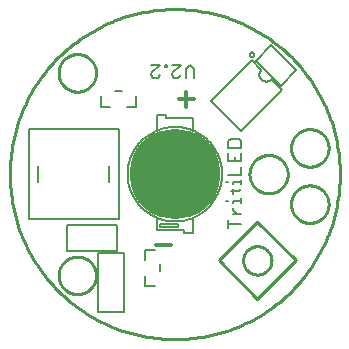
<source format=gto>
G75*
%MOIN*%
%OFA0B0*%
%FSLAX25Y25*%
%IPPOS*%
%LPD*%
%AMOC8*
5,1,8,0,0,1.08239X$1,22.5*
%
%ADD10C,0.01000*%
%ADD11C,0.30104*%
%ADD12C,0.00700*%
%ADD13C,0.01200*%
%ADD14C,0.00500*%
D10*
X0022750Y0025250D02*
X0022752Y0025408D01*
X0022758Y0025565D01*
X0022768Y0025723D01*
X0022782Y0025880D01*
X0022800Y0026036D01*
X0022821Y0026193D01*
X0022847Y0026348D01*
X0022877Y0026503D01*
X0022910Y0026657D01*
X0022948Y0026810D01*
X0022989Y0026963D01*
X0023034Y0027114D01*
X0023083Y0027264D01*
X0023136Y0027412D01*
X0023192Y0027560D01*
X0023253Y0027705D01*
X0023316Y0027850D01*
X0023384Y0027992D01*
X0023455Y0028133D01*
X0023529Y0028272D01*
X0023607Y0028409D01*
X0023689Y0028544D01*
X0023773Y0028677D01*
X0023862Y0028808D01*
X0023953Y0028936D01*
X0024048Y0029063D01*
X0024145Y0029186D01*
X0024246Y0029308D01*
X0024350Y0029426D01*
X0024457Y0029542D01*
X0024567Y0029655D01*
X0024679Y0029766D01*
X0024795Y0029873D01*
X0024913Y0029978D01*
X0025033Y0030080D01*
X0025156Y0030178D01*
X0025282Y0030274D01*
X0025410Y0030366D01*
X0025540Y0030455D01*
X0025672Y0030541D01*
X0025807Y0030623D01*
X0025944Y0030702D01*
X0026082Y0030777D01*
X0026222Y0030849D01*
X0026365Y0030917D01*
X0026508Y0030982D01*
X0026654Y0031043D01*
X0026801Y0031100D01*
X0026949Y0031154D01*
X0027099Y0031204D01*
X0027249Y0031250D01*
X0027401Y0031292D01*
X0027554Y0031331D01*
X0027708Y0031365D01*
X0027863Y0031396D01*
X0028018Y0031422D01*
X0028174Y0031445D01*
X0028331Y0031464D01*
X0028488Y0031479D01*
X0028645Y0031490D01*
X0028803Y0031497D01*
X0028961Y0031500D01*
X0029118Y0031499D01*
X0029276Y0031494D01*
X0029433Y0031485D01*
X0029591Y0031472D01*
X0029747Y0031455D01*
X0029904Y0031434D01*
X0030059Y0031410D01*
X0030214Y0031381D01*
X0030369Y0031348D01*
X0030522Y0031312D01*
X0030675Y0031271D01*
X0030826Y0031227D01*
X0030976Y0031179D01*
X0031125Y0031128D01*
X0031273Y0031072D01*
X0031419Y0031013D01*
X0031564Y0030950D01*
X0031707Y0030883D01*
X0031848Y0030813D01*
X0031987Y0030740D01*
X0032125Y0030663D01*
X0032261Y0030582D01*
X0032394Y0030498D01*
X0032525Y0030411D01*
X0032654Y0030320D01*
X0032781Y0030226D01*
X0032906Y0030129D01*
X0033027Y0030029D01*
X0033147Y0029926D01*
X0033263Y0029820D01*
X0033377Y0029711D01*
X0033489Y0029599D01*
X0033597Y0029485D01*
X0033702Y0029367D01*
X0033805Y0029247D01*
X0033904Y0029125D01*
X0034000Y0029000D01*
X0034093Y0028872D01*
X0034183Y0028743D01*
X0034269Y0028611D01*
X0034353Y0028477D01*
X0034432Y0028341D01*
X0034509Y0028203D01*
X0034581Y0028063D01*
X0034650Y0027921D01*
X0034716Y0027778D01*
X0034778Y0027633D01*
X0034836Y0027486D01*
X0034891Y0027338D01*
X0034942Y0027189D01*
X0034989Y0027038D01*
X0035032Y0026887D01*
X0035071Y0026734D01*
X0035107Y0026580D01*
X0035138Y0026426D01*
X0035166Y0026271D01*
X0035190Y0026115D01*
X0035210Y0025958D01*
X0035226Y0025801D01*
X0035238Y0025644D01*
X0035246Y0025487D01*
X0035250Y0025329D01*
X0035250Y0025171D01*
X0035246Y0025013D01*
X0035238Y0024856D01*
X0035226Y0024699D01*
X0035210Y0024542D01*
X0035190Y0024385D01*
X0035166Y0024229D01*
X0035138Y0024074D01*
X0035107Y0023920D01*
X0035071Y0023766D01*
X0035032Y0023613D01*
X0034989Y0023462D01*
X0034942Y0023311D01*
X0034891Y0023162D01*
X0034836Y0023014D01*
X0034778Y0022867D01*
X0034716Y0022722D01*
X0034650Y0022579D01*
X0034581Y0022437D01*
X0034509Y0022297D01*
X0034432Y0022159D01*
X0034353Y0022023D01*
X0034269Y0021889D01*
X0034183Y0021757D01*
X0034093Y0021628D01*
X0034000Y0021500D01*
X0033904Y0021375D01*
X0033805Y0021253D01*
X0033702Y0021133D01*
X0033597Y0021015D01*
X0033489Y0020901D01*
X0033377Y0020789D01*
X0033263Y0020680D01*
X0033147Y0020574D01*
X0033027Y0020471D01*
X0032906Y0020371D01*
X0032781Y0020274D01*
X0032654Y0020180D01*
X0032525Y0020089D01*
X0032394Y0020002D01*
X0032261Y0019918D01*
X0032125Y0019837D01*
X0031987Y0019760D01*
X0031848Y0019687D01*
X0031707Y0019617D01*
X0031564Y0019550D01*
X0031419Y0019487D01*
X0031273Y0019428D01*
X0031125Y0019372D01*
X0030976Y0019321D01*
X0030826Y0019273D01*
X0030675Y0019229D01*
X0030522Y0019188D01*
X0030369Y0019152D01*
X0030214Y0019119D01*
X0030059Y0019090D01*
X0029904Y0019066D01*
X0029747Y0019045D01*
X0029591Y0019028D01*
X0029433Y0019015D01*
X0029276Y0019006D01*
X0029118Y0019001D01*
X0028961Y0019000D01*
X0028803Y0019003D01*
X0028645Y0019010D01*
X0028488Y0019021D01*
X0028331Y0019036D01*
X0028174Y0019055D01*
X0028018Y0019078D01*
X0027863Y0019104D01*
X0027708Y0019135D01*
X0027554Y0019169D01*
X0027401Y0019208D01*
X0027249Y0019250D01*
X0027099Y0019296D01*
X0026949Y0019346D01*
X0026801Y0019400D01*
X0026654Y0019457D01*
X0026508Y0019518D01*
X0026365Y0019583D01*
X0026222Y0019651D01*
X0026082Y0019723D01*
X0025944Y0019798D01*
X0025807Y0019877D01*
X0025672Y0019959D01*
X0025540Y0020045D01*
X0025410Y0020134D01*
X0025282Y0020226D01*
X0025156Y0020322D01*
X0025033Y0020420D01*
X0024913Y0020522D01*
X0024795Y0020627D01*
X0024679Y0020734D01*
X0024567Y0020845D01*
X0024457Y0020958D01*
X0024350Y0021074D01*
X0024246Y0021192D01*
X0024145Y0021314D01*
X0024048Y0021437D01*
X0023953Y0021564D01*
X0023862Y0021692D01*
X0023773Y0021823D01*
X0023689Y0021956D01*
X0023607Y0022091D01*
X0023529Y0022228D01*
X0023455Y0022367D01*
X0023384Y0022508D01*
X0023316Y0022650D01*
X0023253Y0022795D01*
X0023192Y0022940D01*
X0023136Y0023088D01*
X0023083Y0023236D01*
X0023034Y0023386D01*
X0022989Y0023537D01*
X0022948Y0023690D01*
X0022910Y0023843D01*
X0022877Y0023997D01*
X0022847Y0024152D01*
X0022821Y0024307D01*
X0022800Y0024464D01*
X0022782Y0024620D01*
X0022768Y0024777D01*
X0022758Y0024935D01*
X0022752Y0025092D01*
X0022750Y0025250D01*
X0006500Y0059000D02*
X0006517Y0060350D01*
X0006566Y0061699D01*
X0006649Y0063046D01*
X0006765Y0064391D01*
X0006914Y0065733D01*
X0007095Y0067070D01*
X0007310Y0068403D01*
X0007557Y0069730D01*
X0007836Y0071051D01*
X0008148Y0072364D01*
X0008492Y0073669D01*
X0008868Y0074966D01*
X0009276Y0076252D01*
X0009715Y0077529D01*
X0010185Y0078794D01*
X0010687Y0080048D01*
X0011218Y0081288D01*
X0011781Y0082516D01*
X0012373Y0083729D01*
X0012994Y0084927D01*
X0013645Y0086109D01*
X0014325Y0087276D01*
X0015033Y0088425D01*
X0015769Y0089556D01*
X0016533Y0090669D01*
X0017324Y0091763D01*
X0018141Y0092838D01*
X0018984Y0093892D01*
X0019854Y0094925D01*
X0020748Y0095936D01*
X0021666Y0096925D01*
X0022609Y0097891D01*
X0023575Y0098834D01*
X0024564Y0099752D01*
X0025575Y0100646D01*
X0026608Y0101516D01*
X0027662Y0102359D01*
X0028737Y0103176D01*
X0029831Y0103967D01*
X0030944Y0104731D01*
X0032075Y0105467D01*
X0033224Y0106175D01*
X0034391Y0106855D01*
X0035573Y0107506D01*
X0036771Y0108127D01*
X0037984Y0108719D01*
X0039212Y0109282D01*
X0040452Y0109813D01*
X0041706Y0110315D01*
X0042971Y0110785D01*
X0044248Y0111224D01*
X0045534Y0111632D01*
X0046831Y0112008D01*
X0048136Y0112352D01*
X0049449Y0112664D01*
X0050770Y0112943D01*
X0052097Y0113190D01*
X0053430Y0113405D01*
X0054767Y0113586D01*
X0056109Y0113735D01*
X0057454Y0113851D01*
X0058801Y0113934D01*
X0060150Y0113983D01*
X0061500Y0114000D01*
X0062850Y0113983D01*
X0064199Y0113934D01*
X0065546Y0113851D01*
X0066891Y0113735D01*
X0068233Y0113586D01*
X0069570Y0113405D01*
X0070903Y0113190D01*
X0072230Y0112943D01*
X0073551Y0112664D01*
X0074864Y0112352D01*
X0076169Y0112008D01*
X0077466Y0111632D01*
X0078752Y0111224D01*
X0080029Y0110785D01*
X0081294Y0110315D01*
X0082548Y0109813D01*
X0083788Y0109282D01*
X0085016Y0108719D01*
X0086229Y0108127D01*
X0087427Y0107506D01*
X0088609Y0106855D01*
X0089776Y0106175D01*
X0090925Y0105467D01*
X0092056Y0104731D01*
X0093169Y0103967D01*
X0094263Y0103176D01*
X0095338Y0102359D01*
X0096392Y0101516D01*
X0097425Y0100646D01*
X0098436Y0099752D01*
X0099425Y0098834D01*
X0100391Y0097891D01*
X0101334Y0096925D01*
X0102252Y0095936D01*
X0103146Y0094925D01*
X0104016Y0093892D01*
X0104859Y0092838D01*
X0105676Y0091763D01*
X0106467Y0090669D01*
X0107231Y0089556D01*
X0107967Y0088425D01*
X0108675Y0087276D01*
X0109355Y0086109D01*
X0110006Y0084927D01*
X0110627Y0083729D01*
X0111219Y0082516D01*
X0111782Y0081288D01*
X0112313Y0080048D01*
X0112815Y0078794D01*
X0113285Y0077529D01*
X0113724Y0076252D01*
X0114132Y0074966D01*
X0114508Y0073669D01*
X0114852Y0072364D01*
X0115164Y0071051D01*
X0115443Y0069730D01*
X0115690Y0068403D01*
X0115905Y0067070D01*
X0116086Y0065733D01*
X0116235Y0064391D01*
X0116351Y0063046D01*
X0116434Y0061699D01*
X0116483Y0060350D01*
X0116500Y0059000D01*
X0116483Y0057650D01*
X0116434Y0056301D01*
X0116351Y0054954D01*
X0116235Y0053609D01*
X0116086Y0052267D01*
X0115905Y0050930D01*
X0115690Y0049597D01*
X0115443Y0048270D01*
X0115164Y0046949D01*
X0114852Y0045636D01*
X0114508Y0044331D01*
X0114132Y0043034D01*
X0113724Y0041748D01*
X0113285Y0040471D01*
X0112815Y0039206D01*
X0112313Y0037952D01*
X0111782Y0036712D01*
X0111219Y0035484D01*
X0110627Y0034271D01*
X0110006Y0033073D01*
X0109355Y0031891D01*
X0108675Y0030724D01*
X0107967Y0029575D01*
X0107231Y0028444D01*
X0106467Y0027331D01*
X0105676Y0026237D01*
X0104859Y0025162D01*
X0104016Y0024108D01*
X0103146Y0023075D01*
X0102252Y0022064D01*
X0101334Y0021075D01*
X0100391Y0020109D01*
X0099425Y0019166D01*
X0098436Y0018248D01*
X0097425Y0017354D01*
X0096392Y0016484D01*
X0095338Y0015641D01*
X0094263Y0014824D01*
X0093169Y0014033D01*
X0092056Y0013269D01*
X0090925Y0012533D01*
X0089776Y0011825D01*
X0088609Y0011145D01*
X0087427Y0010494D01*
X0086229Y0009873D01*
X0085016Y0009281D01*
X0083788Y0008718D01*
X0082548Y0008187D01*
X0081294Y0007685D01*
X0080029Y0007215D01*
X0078752Y0006776D01*
X0077466Y0006368D01*
X0076169Y0005992D01*
X0074864Y0005648D01*
X0073551Y0005336D01*
X0072230Y0005057D01*
X0070903Y0004810D01*
X0069570Y0004595D01*
X0068233Y0004414D01*
X0066891Y0004265D01*
X0065546Y0004149D01*
X0064199Y0004066D01*
X0062850Y0004017D01*
X0061500Y0004000D01*
X0060150Y0004017D01*
X0058801Y0004066D01*
X0057454Y0004149D01*
X0056109Y0004265D01*
X0054767Y0004414D01*
X0053430Y0004595D01*
X0052097Y0004810D01*
X0050770Y0005057D01*
X0049449Y0005336D01*
X0048136Y0005648D01*
X0046831Y0005992D01*
X0045534Y0006368D01*
X0044248Y0006776D01*
X0042971Y0007215D01*
X0041706Y0007685D01*
X0040452Y0008187D01*
X0039212Y0008718D01*
X0037984Y0009281D01*
X0036771Y0009873D01*
X0035573Y0010494D01*
X0034391Y0011145D01*
X0033224Y0011825D01*
X0032075Y0012533D01*
X0030944Y0013269D01*
X0029831Y0014033D01*
X0028737Y0014824D01*
X0027662Y0015641D01*
X0026608Y0016484D01*
X0025575Y0017354D01*
X0024564Y0018248D01*
X0023575Y0019166D01*
X0022609Y0020109D01*
X0021666Y0021075D01*
X0020748Y0022064D01*
X0019854Y0023075D01*
X0018984Y0024108D01*
X0018141Y0025162D01*
X0017324Y0026237D01*
X0016533Y0027331D01*
X0015769Y0028444D01*
X0015033Y0029575D01*
X0014325Y0030724D01*
X0013645Y0031891D01*
X0012994Y0033073D01*
X0012373Y0034271D01*
X0011781Y0035484D01*
X0011218Y0036712D01*
X0010687Y0037952D01*
X0010185Y0039206D01*
X0009715Y0040471D01*
X0009276Y0041748D01*
X0008868Y0043034D01*
X0008492Y0044331D01*
X0008148Y0045636D01*
X0007836Y0046949D01*
X0007557Y0048270D01*
X0007310Y0049597D01*
X0007095Y0050930D01*
X0006914Y0052267D01*
X0006765Y0053609D01*
X0006649Y0054954D01*
X0006566Y0056301D01*
X0006517Y0057650D01*
X0006500Y0059000D01*
X0022750Y0092750D02*
X0022752Y0092908D01*
X0022758Y0093065D01*
X0022768Y0093223D01*
X0022782Y0093380D01*
X0022800Y0093536D01*
X0022821Y0093693D01*
X0022847Y0093848D01*
X0022877Y0094003D01*
X0022910Y0094157D01*
X0022948Y0094310D01*
X0022989Y0094463D01*
X0023034Y0094614D01*
X0023083Y0094764D01*
X0023136Y0094912D01*
X0023192Y0095060D01*
X0023253Y0095205D01*
X0023316Y0095350D01*
X0023384Y0095492D01*
X0023455Y0095633D01*
X0023529Y0095772D01*
X0023607Y0095909D01*
X0023689Y0096044D01*
X0023773Y0096177D01*
X0023862Y0096308D01*
X0023953Y0096436D01*
X0024048Y0096563D01*
X0024145Y0096686D01*
X0024246Y0096808D01*
X0024350Y0096926D01*
X0024457Y0097042D01*
X0024567Y0097155D01*
X0024679Y0097266D01*
X0024795Y0097373D01*
X0024913Y0097478D01*
X0025033Y0097580D01*
X0025156Y0097678D01*
X0025282Y0097774D01*
X0025410Y0097866D01*
X0025540Y0097955D01*
X0025672Y0098041D01*
X0025807Y0098123D01*
X0025944Y0098202D01*
X0026082Y0098277D01*
X0026222Y0098349D01*
X0026365Y0098417D01*
X0026508Y0098482D01*
X0026654Y0098543D01*
X0026801Y0098600D01*
X0026949Y0098654D01*
X0027099Y0098704D01*
X0027249Y0098750D01*
X0027401Y0098792D01*
X0027554Y0098831D01*
X0027708Y0098865D01*
X0027863Y0098896D01*
X0028018Y0098922D01*
X0028174Y0098945D01*
X0028331Y0098964D01*
X0028488Y0098979D01*
X0028645Y0098990D01*
X0028803Y0098997D01*
X0028961Y0099000D01*
X0029118Y0098999D01*
X0029276Y0098994D01*
X0029433Y0098985D01*
X0029591Y0098972D01*
X0029747Y0098955D01*
X0029904Y0098934D01*
X0030059Y0098910D01*
X0030214Y0098881D01*
X0030369Y0098848D01*
X0030522Y0098812D01*
X0030675Y0098771D01*
X0030826Y0098727D01*
X0030976Y0098679D01*
X0031125Y0098628D01*
X0031273Y0098572D01*
X0031419Y0098513D01*
X0031564Y0098450D01*
X0031707Y0098383D01*
X0031848Y0098313D01*
X0031987Y0098240D01*
X0032125Y0098163D01*
X0032261Y0098082D01*
X0032394Y0097998D01*
X0032525Y0097911D01*
X0032654Y0097820D01*
X0032781Y0097726D01*
X0032906Y0097629D01*
X0033027Y0097529D01*
X0033147Y0097426D01*
X0033263Y0097320D01*
X0033377Y0097211D01*
X0033489Y0097099D01*
X0033597Y0096985D01*
X0033702Y0096867D01*
X0033805Y0096747D01*
X0033904Y0096625D01*
X0034000Y0096500D01*
X0034093Y0096372D01*
X0034183Y0096243D01*
X0034269Y0096111D01*
X0034353Y0095977D01*
X0034432Y0095841D01*
X0034509Y0095703D01*
X0034581Y0095563D01*
X0034650Y0095421D01*
X0034716Y0095278D01*
X0034778Y0095133D01*
X0034836Y0094986D01*
X0034891Y0094838D01*
X0034942Y0094689D01*
X0034989Y0094538D01*
X0035032Y0094387D01*
X0035071Y0094234D01*
X0035107Y0094080D01*
X0035138Y0093926D01*
X0035166Y0093771D01*
X0035190Y0093615D01*
X0035210Y0093458D01*
X0035226Y0093301D01*
X0035238Y0093144D01*
X0035246Y0092987D01*
X0035250Y0092829D01*
X0035250Y0092671D01*
X0035246Y0092513D01*
X0035238Y0092356D01*
X0035226Y0092199D01*
X0035210Y0092042D01*
X0035190Y0091885D01*
X0035166Y0091729D01*
X0035138Y0091574D01*
X0035107Y0091420D01*
X0035071Y0091266D01*
X0035032Y0091113D01*
X0034989Y0090962D01*
X0034942Y0090811D01*
X0034891Y0090662D01*
X0034836Y0090514D01*
X0034778Y0090367D01*
X0034716Y0090222D01*
X0034650Y0090079D01*
X0034581Y0089937D01*
X0034509Y0089797D01*
X0034432Y0089659D01*
X0034353Y0089523D01*
X0034269Y0089389D01*
X0034183Y0089257D01*
X0034093Y0089128D01*
X0034000Y0089000D01*
X0033904Y0088875D01*
X0033805Y0088753D01*
X0033702Y0088633D01*
X0033597Y0088515D01*
X0033489Y0088401D01*
X0033377Y0088289D01*
X0033263Y0088180D01*
X0033147Y0088074D01*
X0033027Y0087971D01*
X0032906Y0087871D01*
X0032781Y0087774D01*
X0032654Y0087680D01*
X0032525Y0087589D01*
X0032394Y0087502D01*
X0032261Y0087418D01*
X0032125Y0087337D01*
X0031987Y0087260D01*
X0031848Y0087187D01*
X0031707Y0087117D01*
X0031564Y0087050D01*
X0031419Y0086987D01*
X0031273Y0086928D01*
X0031125Y0086872D01*
X0030976Y0086821D01*
X0030826Y0086773D01*
X0030675Y0086729D01*
X0030522Y0086688D01*
X0030369Y0086652D01*
X0030214Y0086619D01*
X0030059Y0086590D01*
X0029904Y0086566D01*
X0029747Y0086545D01*
X0029591Y0086528D01*
X0029433Y0086515D01*
X0029276Y0086506D01*
X0029118Y0086501D01*
X0028961Y0086500D01*
X0028803Y0086503D01*
X0028645Y0086510D01*
X0028488Y0086521D01*
X0028331Y0086536D01*
X0028174Y0086555D01*
X0028018Y0086578D01*
X0027863Y0086604D01*
X0027708Y0086635D01*
X0027554Y0086669D01*
X0027401Y0086708D01*
X0027249Y0086750D01*
X0027099Y0086796D01*
X0026949Y0086846D01*
X0026801Y0086900D01*
X0026654Y0086957D01*
X0026508Y0087018D01*
X0026365Y0087083D01*
X0026222Y0087151D01*
X0026082Y0087223D01*
X0025944Y0087298D01*
X0025807Y0087377D01*
X0025672Y0087459D01*
X0025540Y0087545D01*
X0025410Y0087634D01*
X0025282Y0087726D01*
X0025156Y0087822D01*
X0025033Y0087920D01*
X0024913Y0088022D01*
X0024795Y0088127D01*
X0024679Y0088234D01*
X0024567Y0088345D01*
X0024457Y0088458D01*
X0024350Y0088574D01*
X0024246Y0088692D01*
X0024145Y0088814D01*
X0024048Y0088937D01*
X0023953Y0089064D01*
X0023862Y0089192D01*
X0023773Y0089323D01*
X0023689Y0089456D01*
X0023607Y0089591D01*
X0023529Y0089728D01*
X0023455Y0089867D01*
X0023384Y0090008D01*
X0023316Y0090150D01*
X0023253Y0090295D01*
X0023192Y0090440D01*
X0023136Y0090588D01*
X0023083Y0090736D01*
X0023034Y0090886D01*
X0022989Y0091037D01*
X0022948Y0091190D01*
X0022910Y0091343D01*
X0022877Y0091497D01*
X0022847Y0091652D01*
X0022821Y0091807D01*
X0022800Y0091964D01*
X0022782Y0092120D01*
X0022768Y0092277D01*
X0022758Y0092435D01*
X0022752Y0092592D01*
X0022750Y0092750D01*
X0076194Y0030250D02*
X0089000Y0017444D01*
X0101806Y0030250D01*
X0089000Y0043056D01*
X0076194Y0030250D01*
X0084276Y0030250D02*
X0084278Y0030387D01*
X0084284Y0030525D01*
X0084294Y0030662D01*
X0084308Y0030798D01*
X0084326Y0030935D01*
X0084348Y0031070D01*
X0084374Y0031205D01*
X0084403Y0031339D01*
X0084437Y0031473D01*
X0084474Y0031605D01*
X0084516Y0031736D01*
X0084561Y0031866D01*
X0084610Y0031994D01*
X0084662Y0032121D01*
X0084719Y0032246D01*
X0084778Y0032370D01*
X0084842Y0032492D01*
X0084909Y0032612D01*
X0084979Y0032730D01*
X0085053Y0032846D01*
X0085130Y0032960D01*
X0085211Y0033071D01*
X0085294Y0033180D01*
X0085381Y0033287D01*
X0085471Y0033390D01*
X0085564Y0033492D01*
X0085660Y0033590D01*
X0085758Y0033686D01*
X0085860Y0033779D01*
X0085963Y0033869D01*
X0086070Y0033956D01*
X0086179Y0034039D01*
X0086290Y0034120D01*
X0086404Y0034197D01*
X0086520Y0034271D01*
X0086638Y0034341D01*
X0086758Y0034408D01*
X0086880Y0034472D01*
X0087004Y0034531D01*
X0087129Y0034588D01*
X0087256Y0034640D01*
X0087384Y0034689D01*
X0087514Y0034734D01*
X0087645Y0034776D01*
X0087777Y0034813D01*
X0087911Y0034847D01*
X0088045Y0034876D01*
X0088180Y0034902D01*
X0088315Y0034924D01*
X0088452Y0034942D01*
X0088588Y0034956D01*
X0088725Y0034966D01*
X0088863Y0034972D01*
X0089000Y0034974D01*
X0089137Y0034972D01*
X0089275Y0034966D01*
X0089412Y0034956D01*
X0089548Y0034942D01*
X0089685Y0034924D01*
X0089820Y0034902D01*
X0089955Y0034876D01*
X0090089Y0034847D01*
X0090223Y0034813D01*
X0090355Y0034776D01*
X0090486Y0034734D01*
X0090616Y0034689D01*
X0090744Y0034640D01*
X0090871Y0034588D01*
X0090996Y0034531D01*
X0091120Y0034472D01*
X0091242Y0034408D01*
X0091362Y0034341D01*
X0091480Y0034271D01*
X0091596Y0034197D01*
X0091710Y0034120D01*
X0091821Y0034039D01*
X0091930Y0033956D01*
X0092037Y0033869D01*
X0092140Y0033779D01*
X0092242Y0033686D01*
X0092340Y0033590D01*
X0092436Y0033492D01*
X0092529Y0033390D01*
X0092619Y0033287D01*
X0092706Y0033180D01*
X0092789Y0033071D01*
X0092870Y0032960D01*
X0092947Y0032846D01*
X0093021Y0032730D01*
X0093091Y0032612D01*
X0093158Y0032492D01*
X0093222Y0032370D01*
X0093281Y0032246D01*
X0093338Y0032121D01*
X0093390Y0031994D01*
X0093439Y0031866D01*
X0093484Y0031736D01*
X0093526Y0031605D01*
X0093563Y0031473D01*
X0093597Y0031339D01*
X0093626Y0031205D01*
X0093652Y0031070D01*
X0093674Y0030935D01*
X0093692Y0030798D01*
X0093706Y0030662D01*
X0093716Y0030525D01*
X0093722Y0030387D01*
X0093724Y0030250D01*
X0093722Y0030113D01*
X0093716Y0029975D01*
X0093706Y0029838D01*
X0093692Y0029702D01*
X0093674Y0029565D01*
X0093652Y0029430D01*
X0093626Y0029295D01*
X0093597Y0029161D01*
X0093563Y0029027D01*
X0093526Y0028895D01*
X0093484Y0028764D01*
X0093439Y0028634D01*
X0093390Y0028506D01*
X0093338Y0028379D01*
X0093281Y0028254D01*
X0093222Y0028130D01*
X0093158Y0028008D01*
X0093091Y0027888D01*
X0093021Y0027770D01*
X0092947Y0027654D01*
X0092870Y0027540D01*
X0092789Y0027429D01*
X0092706Y0027320D01*
X0092619Y0027213D01*
X0092529Y0027110D01*
X0092436Y0027008D01*
X0092340Y0026910D01*
X0092242Y0026814D01*
X0092140Y0026721D01*
X0092037Y0026631D01*
X0091930Y0026544D01*
X0091821Y0026461D01*
X0091710Y0026380D01*
X0091596Y0026303D01*
X0091480Y0026229D01*
X0091362Y0026159D01*
X0091242Y0026092D01*
X0091120Y0026028D01*
X0090996Y0025969D01*
X0090871Y0025912D01*
X0090744Y0025860D01*
X0090616Y0025811D01*
X0090486Y0025766D01*
X0090355Y0025724D01*
X0090223Y0025687D01*
X0090089Y0025653D01*
X0089955Y0025624D01*
X0089820Y0025598D01*
X0089685Y0025576D01*
X0089548Y0025558D01*
X0089412Y0025544D01*
X0089275Y0025534D01*
X0089137Y0025528D01*
X0089000Y0025526D01*
X0088863Y0025528D01*
X0088725Y0025534D01*
X0088588Y0025544D01*
X0088452Y0025558D01*
X0088315Y0025576D01*
X0088180Y0025598D01*
X0088045Y0025624D01*
X0087911Y0025653D01*
X0087777Y0025687D01*
X0087645Y0025724D01*
X0087514Y0025766D01*
X0087384Y0025811D01*
X0087256Y0025860D01*
X0087129Y0025912D01*
X0087004Y0025969D01*
X0086880Y0026028D01*
X0086758Y0026092D01*
X0086638Y0026159D01*
X0086520Y0026229D01*
X0086404Y0026303D01*
X0086290Y0026380D01*
X0086179Y0026461D01*
X0086070Y0026544D01*
X0085963Y0026631D01*
X0085860Y0026721D01*
X0085758Y0026814D01*
X0085660Y0026910D01*
X0085564Y0027008D01*
X0085471Y0027110D01*
X0085381Y0027213D01*
X0085294Y0027320D01*
X0085211Y0027429D01*
X0085130Y0027540D01*
X0085053Y0027654D01*
X0084979Y0027770D01*
X0084909Y0027888D01*
X0084842Y0028008D01*
X0084778Y0028130D01*
X0084719Y0028254D01*
X0084662Y0028379D01*
X0084610Y0028506D01*
X0084561Y0028634D01*
X0084516Y0028764D01*
X0084474Y0028895D01*
X0084437Y0029027D01*
X0084403Y0029161D01*
X0084374Y0029295D01*
X0084348Y0029430D01*
X0084326Y0029565D01*
X0084308Y0029702D01*
X0084294Y0029838D01*
X0084284Y0029975D01*
X0084278Y0030113D01*
X0084276Y0030250D01*
X0100250Y0049000D02*
X0100252Y0049158D01*
X0100258Y0049315D01*
X0100268Y0049473D01*
X0100282Y0049630D01*
X0100300Y0049786D01*
X0100321Y0049943D01*
X0100347Y0050098D01*
X0100377Y0050253D01*
X0100410Y0050407D01*
X0100448Y0050560D01*
X0100489Y0050713D01*
X0100534Y0050864D01*
X0100583Y0051014D01*
X0100636Y0051162D01*
X0100692Y0051310D01*
X0100753Y0051455D01*
X0100816Y0051600D01*
X0100884Y0051742D01*
X0100955Y0051883D01*
X0101029Y0052022D01*
X0101107Y0052159D01*
X0101189Y0052294D01*
X0101273Y0052427D01*
X0101362Y0052558D01*
X0101453Y0052686D01*
X0101548Y0052813D01*
X0101645Y0052936D01*
X0101746Y0053058D01*
X0101850Y0053176D01*
X0101957Y0053292D01*
X0102067Y0053405D01*
X0102179Y0053516D01*
X0102295Y0053623D01*
X0102413Y0053728D01*
X0102533Y0053830D01*
X0102656Y0053928D01*
X0102782Y0054024D01*
X0102910Y0054116D01*
X0103040Y0054205D01*
X0103172Y0054291D01*
X0103307Y0054373D01*
X0103444Y0054452D01*
X0103582Y0054527D01*
X0103722Y0054599D01*
X0103865Y0054667D01*
X0104008Y0054732D01*
X0104154Y0054793D01*
X0104301Y0054850D01*
X0104449Y0054904D01*
X0104599Y0054954D01*
X0104749Y0055000D01*
X0104901Y0055042D01*
X0105054Y0055081D01*
X0105208Y0055115D01*
X0105363Y0055146D01*
X0105518Y0055172D01*
X0105674Y0055195D01*
X0105831Y0055214D01*
X0105988Y0055229D01*
X0106145Y0055240D01*
X0106303Y0055247D01*
X0106461Y0055250D01*
X0106618Y0055249D01*
X0106776Y0055244D01*
X0106933Y0055235D01*
X0107091Y0055222D01*
X0107247Y0055205D01*
X0107404Y0055184D01*
X0107559Y0055160D01*
X0107714Y0055131D01*
X0107869Y0055098D01*
X0108022Y0055062D01*
X0108175Y0055021D01*
X0108326Y0054977D01*
X0108476Y0054929D01*
X0108625Y0054878D01*
X0108773Y0054822D01*
X0108919Y0054763D01*
X0109064Y0054700D01*
X0109207Y0054633D01*
X0109348Y0054563D01*
X0109487Y0054490D01*
X0109625Y0054413D01*
X0109761Y0054332D01*
X0109894Y0054248D01*
X0110025Y0054161D01*
X0110154Y0054070D01*
X0110281Y0053976D01*
X0110406Y0053879D01*
X0110527Y0053779D01*
X0110647Y0053676D01*
X0110763Y0053570D01*
X0110877Y0053461D01*
X0110989Y0053349D01*
X0111097Y0053235D01*
X0111202Y0053117D01*
X0111305Y0052997D01*
X0111404Y0052875D01*
X0111500Y0052750D01*
X0111593Y0052622D01*
X0111683Y0052493D01*
X0111769Y0052361D01*
X0111853Y0052227D01*
X0111932Y0052091D01*
X0112009Y0051953D01*
X0112081Y0051813D01*
X0112150Y0051671D01*
X0112216Y0051528D01*
X0112278Y0051383D01*
X0112336Y0051236D01*
X0112391Y0051088D01*
X0112442Y0050939D01*
X0112489Y0050788D01*
X0112532Y0050637D01*
X0112571Y0050484D01*
X0112607Y0050330D01*
X0112638Y0050176D01*
X0112666Y0050021D01*
X0112690Y0049865D01*
X0112710Y0049708D01*
X0112726Y0049551D01*
X0112738Y0049394D01*
X0112746Y0049237D01*
X0112750Y0049079D01*
X0112750Y0048921D01*
X0112746Y0048763D01*
X0112738Y0048606D01*
X0112726Y0048449D01*
X0112710Y0048292D01*
X0112690Y0048135D01*
X0112666Y0047979D01*
X0112638Y0047824D01*
X0112607Y0047670D01*
X0112571Y0047516D01*
X0112532Y0047363D01*
X0112489Y0047212D01*
X0112442Y0047061D01*
X0112391Y0046912D01*
X0112336Y0046764D01*
X0112278Y0046617D01*
X0112216Y0046472D01*
X0112150Y0046329D01*
X0112081Y0046187D01*
X0112009Y0046047D01*
X0111932Y0045909D01*
X0111853Y0045773D01*
X0111769Y0045639D01*
X0111683Y0045507D01*
X0111593Y0045378D01*
X0111500Y0045250D01*
X0111404Y0045125D01*
X0111305Y0045003D01*
X0111202Y0044883D01*
X0111097Y0044765D01*
X0110989Y0044651D01*
X0110877Y0044539D01*
X0110763Y0044430D01*
X0110647Y0044324D01*
X0110527Y0044221D01*
X0110406Y0044121D01*
X0110281Y0044024D01*
X0110154Y0043930D01*
X0110025Y0043839D01*
X0109894Y0043752D01*
X0109761Y0043668D01*
X0109625Y0043587D01*
X0109487Y0043510D01*
X0109348Y0043437D01*
X0109207Y0043367D01*
X0109064Y0043300D01*
X0108919Y0043237D01*
X0108773Y0043178D01*
X0108625Y0043122D01*
X0108476Y0043071D01*
X0108326Y0043023D01*
X0108175Y0042979D01*
X0108022Y0042938D01*
X0107869Y0042902D01*
X0107714Y0042869D01*
X0107559Y0042840D01*
X0107404Y0042816D01*
X0107247Y0042795D01*
X0107091Y0042778D01*
X0106933Y0042765D01*
X0106776Y0042756D01*
X0106618Y0042751D01*
X0106461Y0042750D01*
X0106303Y0042753D01*
X0106145Y0042760D01*
X0105988Y0042771D01*
X0105831Y0042786D01*
X0105674Y0042805D01*
X0105518Y0042828D01*
X0105363Y0042854D01*
X0105208Y0042885D01*
X0105054Y0042919D01*
X0104901Y0042958D01*
X0104749Y0043000D01*
X0104599Y0043046D01*
X0104449Y0043096D01*
X0104301Y0043150D01*
X0104154Y0043207D01*
X0104008Y0043268D01*
X0103865Y0043333D01*
X0103722Y0043401D01*
X0103582Y0043473D01*
X0103444Y0043548D01*
X0103307Y0043627D01*
X0103172Y0043709D01*
X0103040Y0043795D01*
X0102910Y0043884D01*
X0102782Y0043976D01*
X0102656Y0044072D01*
X0102533Y0044170D01*
X0102413Y0044272D01*
X0102295Y0044377D01*
X0102179Y0044484D01*
X0102067Y0044595D01*
X0101957Y0044708D01*
X0101850Y0044824D01*
X0101746Y0044942D01*
X0101645Y0045064D01*
X0101548Y0045187D01*
X0101453Y0045314D01*
X0101362Y0045442D01*
X0101273Y0045573D01*
X0101189Y0045706D01*
X0101107Y0045841D01*
X0101029Y0045978D01*
X0100955Y0046117D01*
X0100884Y0046258D01*
X0100816Y0046400D01*
X0100753Y0046545D01*
X0100692Y0046690D01*
X0100636Y0046838D01*
X0100583Y0046986D01*
X0100534Y0047136D01*
X0100489Y0047287D01*
X0100448Y0047440D01*
X0100410Y0047593D01*
X0100377Y0047747D01*
X0100347Y0047902D01*
X0100321Y0048057D01*
X0100300Y0048214D01*
X0100282Y0048370D01*
X0100268Y0048527D01*
X0100258Y0048685D01*
X0100252Y0048842D01*
X0100250Y0049000D01*
X0086376Y0059000D02*
X0086378Y0059160D01*
X0086384Y0059319D01*
X0086394Y0059478D01*
X0086408Y0059637D01*
X0086426Y0059796D01*
X0086448Y0059954D01*
X0086474Y0060111D01*
X0086503Y0060268D01*
X0086537Y0060424D01*
X0086575Y0060579D01*
X0086616Y0060733D01*
X0086661Y0060886D01*
X0086711Y0061038D01*
X0086763Y0061188D01*
X0086820Y0061338D01*
X0086880Y0061485D01*
X0086944Y0061631D01*
X0087012Y0061776D01*
X0087083Y0061919D01*
X0087158Y0062060D01*
X0087237Y0062199D01*
X0087318Y0062336D01*
X0087404Y0062470D01*
X0087492Y0062603D01*
X0087584Y0062734D01*
X0087679Y0062862D01*
X0087777Y0062987D01*
X0087879Y0063111D01*
X0087983Y0063231D01*
X0088090Y0063349D01*
X0088201Y0063465D01*
X0088314Y0063577D01*
X0088430Y0063687D01*
X0088549Y0063793D01*
X0088670Y0063897D01*
X0088794Y0063998D01*
X0088920Y0064095D01*
X0089049Y0064189D01*
X0089180Y0064280D01*
X0089313Y0064368D01*
X0089449Y0064452D01*
X0089586Y0064533D01*
X0089726Y0064611D01*
X0089867Y0064685D01*
X0090010Y0064755D01*
X0090155Y0064822D01*
X0090302Y0064885D01*
X0090450Y0064944D01*
X0090599Y0065000D01*
X0090750Y0065052D01*
X0090902Y0065100D01*
X0091055Y0065145D01*
X0091210Y0065185D01*
X0091365Y0065222D01*
X0091521Y0065254D01*
X0091678Y0065283D01*
X0091836Y0065308D01*
X0091994Y0065329D01*
X0092153Y0065346D01*
X0092312Y0065359D01*
X0092471Y0065368D01*
X0092630Y0065373D01*
X0092790Y0065374D01*
X0092949Y0065371D01*
X0093109Y0065364D01*
X0093268Y0065353D01*
X0093427Y0065338D01*
X0093585Y0065319D01*
X0093743Y0065296D01*
X0093900Y0065269D01*
X0094057Y0065239D01*
X0094213Y0065204D01*
X0094368Y0065165D01*
X0094521Y0065123D01*
X0094674Y0065077D01*
X0094826Y0065027D01*
X0094976Y0064973D01*
X0095125Y0064915D01*
X0095272Y0064854D01*
X0095418Y0064789D01*
X0095562Y0064720D01*
X0095704Y0064648D01*
X0095844Y0064572D01*
X0095983Y0064493D01*
X0096119Y0064411D01*
X0096254Y0064325D01*
X0096386Y0064235D01*
X0096516Y0064143D01*
X0096643Y0064047D01*
X0096769Y0063948D01*
X0096891Y0063846D01*
X0097011Y0063740D01*
X0097128Y0063632D01*
X0097243Y0063521D01*
X0097355Y0063407D01*
X0097464Y0063291D01*
X0097570Y0063171D01*
X0097672Y0063049D01*
X0097772Y0062925D01*
X0097869Y0062798D01*
X0097962Y0062669D01*
X0098053Y0062537D01*
X0098139Y0062403D01*
X0098223Y0062267D01*
X0098303Y0062129D01*
X0098380Y0061989D01*
X0098453Y0061847D01*
X0098522Y0061704D01*
X0098588Y0061558D01*
X0098650Y0061412D01*
X0098709Y0061263D01*
X0098763Y0061113D01*
X0098814Y0060962D01*
X0098862Y0060810D01*
X0098905Y0060656D01*
X0098945Y0060502D01*
X0098980Y0060346D01*
X0099012Y0060190D01*
X0099040Y0060033D01*
X0099064Y0059875D01*
X0099084Y0059716D01*
X0099100Y0059558D01*
X0099112Y0059399D01*
X0099120Y0059239D01*
X0099124Y0059080D01*
X0099124Y0058920D01*
X0099120Y0058761D01*
X0099112Y0058601D01*
X0099100Y0058442D01*
X0099084Y0058284D01*
X0099064Y0058125D01*
X0099040Y0057967D01*
X0099012Y0057810D01*
X0098980Y0057654D01*
X0098945Y0057498D01*
X0098905Y0057344D01*
X0098862Y0057190D01*
X0098814Y0057038D01*
X0098763Y0056887D01*
X0098709Y0056737D01*
X0098650Y0056588D01*
X0098588Y0056442D01*
X0098522Y0056296D01*
X0098453Y0056153D01*
X0098380Y0056011D01*
X0098303Y0055871D01*
X0098223Y0055733D01*
X0098139Y0055597D01*
X0098053Y0055463D01*
X0097962Y0055331D01*
X0097869Y0055202D01*
X0097772Y0055075D01*
X0097672Y0054951D01*
X0097570Y0054829D01*
X0097464Y0054709D01*
X0097355Y0054593D01*
X0097243Y0054479D01*
X0097128Y0054368D01*
X0097011Y0054260D01*
X0096891Y0054154D01*
X0096769Y0054052D01*
X0096643Y0053953D01*
X0096516Y0053857D01*
X0096386Y0053765D01*
X0096254Y0053675D01*
X0096119Y0053589D01*
X0095983Y0053507D01*
X0095844Y0053428D01*
X0095704Y0053352D01*
X0095562Y0053280D01*
X0095418Y0053211D01*
X0095272Y0053146D01*
X0095125Y0053085D01*
X0094976Y0053027D01*
X0094826Y0052973D01*
X0094674Y0052923D01*
X0094521Y0052877D01*
X0094368Y0052835D01*
X0094213Y0052796D01*
X0094057Y0052761D01*
X0093900Y0052731D01*
X0093743Y0052704D01*
X0093585Y0052681D01*
X0093427Y0052662D01*
X0093268Y0052647D01*
X0093109Y0052636D01*
X0092949Y0052629D01*
X0092790Y0052626D01*
X0092630Y0052627D01*
X0092471Y0052632D01*
X0092312Y0052641D01*
X0092153Y0052654D01*
X0091994Y0052671D01*
X0091836Y0052692D01*
X0091678Y0052717D01*
X0091521Y0052746D01*
X0091365Y0052778D01*
X0091210Y0052815D01*
X0091055Y0052855D01*
X0090902Y0052900D01*
X0090750Y0052948D01*
X0090599Y0053000D01*
X0090450Y0053056D01*
X0090302Y0053115D01*
X0090155Y0053178D01*
X0090010Y0053245D01*
X0089867Y0053315D01*
X0089726Y0053389D01*
X0089586Y0053467D01*
X0089449Y0053548D01*
X0089313Y0053632D01*
X0089180Y0053720D01*
X0089049Y0053811D01*
X0088920Y0053905D01*
X0088794Y0054002D01*
X0088670Y0054103D01*
X0088549Y0054207D01*
X0088430Y0054313D01*
X0088314Y0054423D01*
X0088201Y0054535D01*
X0088090Y0054651D01*
X0087983Y0054769D01*
X0087879Y0054889D01*
X0087777Y0055013D01*
X0087679Y0055138D01*
X0087584Y0055266D01*
X0087492Y0055397D01*
X0087404Y0055530D01*
X0087318Y0055664D01*
X0087237Y0055801D01*
X0087158Y0055940D01*
X0087083Y0056081D01*
X0087012Y0056224D01*
X0086944Y0056369D01*
X0086880Y0056515D01*
X0086820Y0056662D01*
X0086763Y0056812D01*
X0086711Y0056962D01*
X0086661Y0057114D01*
X0086616Y0057267D01*
X0086575Y0057421D01*
X0086537Y0057576D01*
X0086503Y0057732D01*
X0086474Y0057889D01*
X0086448Y0058046D01*
X0086426Y0058204D01*
X0086408Y0058363D01*
X0086394Y0058522D01*
X0086384Y0058681D01*
X0086378Y0058840D01*
X0086376Y0059000D01*
X0100250Y0067750D02*
X0100252Y0067908D01*
X0100258Y0068065D01*
X0100268Y0068223D01*
X0100282Y0068380D01*
X0100300Y0068536D01*
X0100321Y0068693D01*
X0100347Y0068848D01*
X0100377Y0069003D01*
X0100410Y0069157D01*
X0100448Y0069310D01*
X0100489Y0069463D01*
X0100534Y0069614D01*
X0100583Y0069764D01*
X0100636Y0069912D01*
X0100692Y0070060D01*
X0100753Y0070205D01*
X0100816Y0070350D01*
X0100884Y0070492D01*
X0100955Y0070633D01*
X0101029Y0070772D01*
X0101107Y0070909D01*
X0101189Y0071044D01*
X0101273Y0071177D01*
X0101362Y0071308D01*
X0101453Y0071436D01*
X0101548Y0071563D01*
X0101645Y0071686D01*
X0101746Y0071808D01*
X0101850Y0071926D01*
X0101957Y0072042D01*
X0102067Y0072155D01*
X0102179Y0072266D01*
X0102295Y0072373D01*
X0102413Y0072478D01*
X0102533Y0072580D01*
X0102656Y0072678D01*
X0102782Y0072774D01*
X0102910Y0072866D01*
X0103040Y0072955D01*
X0103172Y0073041D01*
X0103307Y0073123D01*
X0103444Y0073202D01*
X0103582Y0073277D01*
X0103722Y0073349D01*
X0103865Y0073417D01*
X0104008Y0073482D01*
X0104154Y0073543D01*
X0104301Y0073600D01*
X0104449Y0073654D01*
X0104599Y0073704D01*
X0104749Y0073750D01*
X0104901Y0073792D01*
X0105054Y0073831D01*
X0105208Y0073865D01*
X0105363Y0073896D01*
X0105518Y0073922D01*
X0105674Y0073945D01*
X0105831Y0073964D01*
X0105988Y0073979D01*
X0106145Y0073990D01*
X0106303Y0073997D01*
X0106461Y0074000D01*
X0106618Y0073999D01*
X0106776Y0073994D01*
X0106933Y0073985D01*
X0107091Y0073972D01*
X0107247Y0073955D01*
X0107404Y0073934D01*
X0107559Y0073910D01*
X0107714Y0073881D01*
X0107869Y0073848D01*
X0108022Y0073812D01*
X0108175Y0073771D01*
X0108326Y0073727D01*
X0108476Y0073679D01*
X0108625Y0073628D01*
X0108773Y0073572D01*
X0108919Y0073513D01*
X0109064Y0073450D01*
X0109207Y0073383D01*
X0109348Y0073313D01*
X0109487Y0073240D01*
X0109625Y0073163D01*
X0109761Y0073082D01*
X0109894Y0072998D01*
X0110025Y0072911D01*
X0110154Y0072820D01*
X0110281Y0072726D01*
X0110406Y0072629D01*
X0110527Y0072529D01*
X0110647Y0072426D01*
X0110763Y0072320D01*
X0110877Y0072211D01*
X0110989Y0072099D01*
X0111097Y0071985D01*
X0111202Y0071867D01*
X0111305Y0071747D01*
X0111404Y0071625D01*
X0111500Y0071500D01*
X0111593Y0071372D01*
X0111683Y0071243D01*
X0111769Y0071111D01*
X0111853Y0070977D01*
X0111932Y0070841D01*
X0112009Y0070703D01*
X0112081Y0070563D01*
X0112150Y0070421D01*
X0112216Y0070278D01*
X0112278Y0070133D01*
X0112336Y0069986D01*
X0112391Y0069838D01*
X0112442Y0069689D01*
X0112489Y0069538D01*
X0112532Y0069387D01*
X0112571Y0069234D01*
X0112607Y0069080D01*
X0112638Y0068926D01*
X0112666Y0068771D01*
X0112690Y0068615D01*
X0112710Y0068458D01*
X0112726Y0068301D01*
X0112738Y0068144D01*
X0112746Y0067987D01*
X0112750Y0067829D01*
X0112750Y0067671D01*
X0112746Y0067513D01*
X0112738Y0067356D01*
X0112726Y0067199D01*
X0112710Y0067042D01*
X0112690Y0066885D01*
X0112666Y0066729D01*
X0112638Y0066574D01*
X0112607Y0066420D01*
X0112571Y0066266D01*
X0112532Y0066113D01*
X0112489Y0065962D01*
X0112442Y0065811D01*
X0112391Y0065662D01*
X0112336Y0065514D01*
X0112278Y0065367D01*
X0112216Y0065222D01*
X0112150Y0065079D01*
X0112081Y0064937D01*
X0112009Y0064797D01*
X0111932Y0064659D01*
X0111853Y0064523D01*
X0111769Y0064389D01*
X0111683Y0064257D01*
X0111593Y0064128D01*
X0111500Y0064000D01*
X0111404Y0063875D01*
X0111305Y0063753D01*
X0111202Y0063633D01*
X0111097Y0063515D01*
X0110989Y0063401D01*
X0110877Y0063289D01*
X0110763Y0063180D01*
X0110647Y0063074D01*
X0110527Y0062971D01*
X0110406Y0062871D01*
X0110281Y0062774D01*
X0110154Y0062680D01*
X0110025Y0062589D01*
X0109894Y0062502D01*
X0109761Y0062418D01*
X0109625Y0062337D01*
X0109487Y0062260D01*
X0109348Y0062187D01*
X0109207Y0062117D01*
X0109064Y0062050D01*
X0108919Y0061987D01*
X0108773Y0061928D01*
X0108625Y0061872D01*
X0108476Y0061821D01*
X0108326Y0061773D01*
X0108175Y0061729D01*
X0108022Y0061688D01*
X0107869Y0061652D01*
X0107714Y0061619D01*
X0107559Y0061590D01*
X0107404Y0061566D01*
X0107247Y0061545D01*
X0107091Y0061528D01*
X0106933Y0061515D01*
X0106776Y0061506D01*
X0106618Y0061501D01*
X0106461Y0061500D01*
X0106303Y0061503D01*
X0106145Y0061510D01*
X0105988Y0061521D01*
X0105831Y0061536D01*
X0105674Y0061555D01*
X0105518Y0061578D01*
X0105363Y0061604D01*
X0105208Y0061635D01*
X0105054Y0061669D01*
X0104901Y0061708D01*
X0104749Y0061750D01*
X0104599Y0061796D01*
X0104449Y0061846D01*
X0104301Y0061900D01*
X0104154Y0061957D01*
X0104008Y0062018D01*
X0103865Y0062083D01*
X0103722Y0062151D01*
X0103582Y0062223D01*
X0103444Y0062298D01*
X0103307Y0062377D01*
X0103172Y0062459D01*
X0103040Y0062545D01*
X0102910Y0062634D01*
X0102782Y0062726D01*
X0102656Y0062822D01*
X0102533Y0062920D01*
X0102413Y0063022D01*
X0102295Y0063127D01*
X0102179Y0063234D01*
X0102067Y0063345D01*
X0101957Y0063458D01*
X0101850Y0063574D01*
X0101746Y0063692D01*
X0101645Y0063814D01*
X0101548Y0063937D01*
X0101453Y0064064D01*
X0101362Y0064192D01*
X0101273Y0064323D01*
X0101189Y0064456D01*
X0101107Y0064591D01*
X0101029Y0064728D01*
X0100955Y0064867D01*
X0100884Y0065008D01*
X0100816Y0065150D01*
X0100753Y0065295D01*
X0100692Y0065440D01*
X0100636Y0065588D01*
X0100583Y0065736D01*
X0100534Y0065886D01*
X0100489Y0066037D01*
X0100448Y0066190D01*
X0100410Y0066343D01*
X0100377Y0066497D01*
X0100347Y0066652D01*
X0100321Y0066807D01*
X0100300Y0066964D01*
X0100282Y0067120D01*
X0100268Y0067277D01*
X0100258Y0067435D01*
X0100252Y0067592D01*
X0100250Y0067750D01*
D11*
X0061500Y0059000D03*
D12*
X0078629Y0056311D02*
X0079346Y0056311D01*
X0080781Y0056311D02*
X0083650Y0056311D01*
X0083650Y0055594D02*
X0083650Y0057028D01*
X0083650Y0058663D02*
X0083650Y0061532D01*
X0083650Y0063267D02*
X0083650Y0066136D01*
X0083650Y0067871D02*
X0083650Y0070023D01*
X0082933Y0070740D01*
X0080064Y0070740D01*
X0079346Y0070023D01*
X0079346Y0067871D01*
X0083650Y0067871D01*
X0081498Y0064702D02*
X0081498Y0063267D01*
X0079346Y0063267D02*
X0083650Y0063267D01*
X0079346Y0063267D02*
X0079346Y0066136D01*
X0079346Y0058663D02*
X0083650Y0058663D01*
X0080781Y0056311D02*
X0080781Y0055594D01*
X0080781Y0053959D02*
X0080781Y0052525D01*
X0080064Y0053242D02*
X0082933Y0053242D01*
X0083650Y0053959D01*
X0083650Y0050890D02*
X0083650Y0049455D01*
X0083650Y0050173D02*
X0080781Y0050173D01*
X0080781Y0049455D01*
X0080781Y0047771D02*
X0080781Y0047053D01*
X0082215Y0045619D01*
X0080781Y0045619D02*
X0083650Y0045619D01*
X0083650Y0042449D02*
X0079346Y0042449D01*
X0079346Y0041015D02*
X0079346Y0043884D01*
X0079346Y0050173D02*
X0078629Y0050173D01*
X0068025Y0091221D02*
X0068025Y0094090D01*
X0066590Y0095525D01*
X0065156Y0094090D01*
X0065156Y0091221D01*
X0063421Y0091939D02*
X0062704Y0091221D01*
X0061269Y0091221D01*
X0060552Y0091939D01*
X0060552Y0092656D01*
X0063421Y0095525D01*
X0060552Y0095525D01*
X0058817Y0095525D02*
X0058100Y0095525D01*
X0058100Y0094808D01*
X0058817Y0094808D01*
X0058817Y0095525D01*
X0056515Y0095525D02*
X0053646Y0092656D01*
X0053646Y0091939D01*
X0054363Y0091221D01*
X0055798Y0091221D01*
X0056515Y0091939D01*
X0056515Y0095525D02*
X0053646Y0095525D01*
D13*
X0062750Y0084000D02*
X0067750Y0084000D01*
X0065250Y0086500D02*
X0065250Y0081500D01*
X0060250Y0035250D02*
X0055250Y0035250D01*
D14*
X0054984Y0033656D02*
X0051441Y0033656D01*
X0051441Y0030506D01*
X0056559Y0028931D02*
X0056559Y0026569D01*
X0054984Y0021844D02*
X0051441Y0021844D01*
X0051441Y0024994D01*
X0044581Y0032593D02*
X0044581Y0012907D01*
X0036077Y0012907D01*
X0035919Y0012907D02*
X0035919Y0032593D01*
X0044581Y0032593D01*
X0042366Y0033321D02*
X0042366Y0042179D01*
X0025634Y0042179D01*
X0025634Y0033321D01*
X0042366Y0033321D01*
X0042750Y0044000D02*
X0042750Y0074000D01*
X0012750Y0074000D01*
X0012750Y0044000D01*
X0042750Y0044000D01*
X0039561Y0056313D02*
X0039561Y0061687D01*
X0055594Y0073764D02*
X0055594Y0078685D01*
X0058547Y0078685D01*
X0058547Y0077701D01*
X0067406Y0077701D01*
X0067406Y0073764D01*
X0073418Y0083440D02*
X0087060Y0097082D01*
X0090345Y0093797D01*
X0090261Y0093713D01*
X0090198Y0093648D01*
X0090139Y0093580D01*
X0090082Y0093510D01*
X0090028Y0093438D01*
X0089978Y0093363D01*
X0089930Y0093286D01*
X0089886Y0093207D01*
X0089846Y0093127D01*
X0089809Y0093044D01*
X0089775Y0092961D01*
X0089745Y0092876D01*
X0089718Y0092789D01*
X0089696Y0092702D01*
X0089677Y0092614D01*
X0089661Y0092525D01*
X0089650Y0092435D01*
X0089642Y0092345D01*
X0089638Y0092255D01*
X0089638Y0092165D01*
X0089642Y0092075D01*
X0089650Y0091985D01*
X0089661Y0091895D01*
X0089677Y0091806D01*
X0089696Y0091718D01*
X0089718Y0091631D01*
X0089745Y0091544D01*
X0089775Y0091459D01*
X0089809Y0091376D01*
X0089846Y0091293D01*
X0089886Y0091213D01*
X0089930Y0091134D01*
X0089978Y0091057D01*
X0090028Y0090982D01*
X0090082Y0090910D01*
X0090139Y0090840D01*
X0090198Y0090772D01*
X0090261Y0090707D01*
X0090261Y0090706D02*
X0090484Y0090484D01*
X0090552Y0090422D01*
X0090624Y0090362D01*
X0090697Y0090306D01*
X0090773Y0090253D01*
X0090852Y0090203D01*
X0090932Y0090156D01*
X0091014Y0090113D01*
X0091098Y0090074D01*
X0091184Y0090038D01*
X0091271Y0090006D01*
X0091359Y0089977D01*
X0091448Y0089952D01*
X0091539Y0089931D01*
X0091630Y0089914D01*
X0091722Y0089901D01*
X0091814Y0089892D01*
X0091907Y0089886D01*
X0092000Y0089885D01*
X0092092Y0089888D01*
X0092185Y0089894D01*
X0092277Y0089904D01*
X0092369Y0089919D01*
X0092460Y0089937D01*
X0092550Y0089959D01*
X0092639Y0089985D01*
X0092727Y0090014D01*
X0092814Y0090047D01*
X0092899Y0090084D01*
X0092982Y0090125D01*
X0093064Y0090169D01*
X0093144Y0090216D01*
X0093222Y0090267D01*
X0093297Y0090321D01*
X0093370Y0090378D01*
X0093441Y0090438D01*
X0093509Y0090502D01*
X0093574Y0090568D01*
X0093574Y0090567D02*
X0097082Y0087060D01*
X0083440Y0073418D01*
X0073418Y0083440D01*
X0088492Y0096858D02*
X0096858Y0088492D01*
X0102008Y0093642D01*
X0093642Y0102008D01*
X0088492Y0096858D01*
X0086412Y0098891D02*
X0086414Y0098947D01*
X0086420Y0099002D01*
X0086430Y0099056D01*
X0086443Y0099110D01*
X0086461Y0099163D01*
X0086482Y0099214D01*
X0086506Y0099264D01*
X0086534Y0099312D01*
X0086566Y0099358D01*
X0086600Y0099402D01*
X0086638Y0099443D01*
X0086678Y0099481D01*
X0086721Y0099516D01*
X0086766Y0099548D01*
X0086814Y0099577D01*
X0086863Y0099603D01*
X0086914Y0099625D01*
X0086966Y0099643D01*
X0087020Y0099657D01*
X0087075Y0099668D01*
X0087130Y0099675D01*
X0087185Y0099678D01*
X0087241Y0099677D01*
X0087296Y0099672D01*
X0087351Y0099663D01*
X0087405Y0099651D01*
X0087458Y0099634D01*
X0087510Y0099614D01*
X0087560Y0099590D01*
X0087608Y0099563D01*
X0087655Y0099533D01*
X0087699Y0099499D01*
X0087741Y0099462D01*
X0087779Y0099422D01*
X0087816Y0099380D01*
X0087849Y0099335D01*
X0087878Y0099289D01*
X0087905Y0099240D01*
X0087927Y0099189D01*
X0087947Y0099137D01*
X0087962Y0099083D01*
X0087974Y0099029D01*
X0087982Y0098974D01*
X0087986Y0098919D01*
X0087986Y0098863D01*
X0087982Y0098808D01*
X0087974Y0098753D01*
X0087962Y0098699D01*
X0087947Y0098645D01*
X0087927Y0098593D01*
X0087905Y0098542D01*
X0087878Y0098493D01*
X0087849Y0098447D01*
X0087816Y0098402D01*
X0087779Y0098360D01*
X0087741Y0098320D01*
X0087699Y0098283D01*
X0087655Y0098249D01*
X0087608Y0098219D01*
X0087560Y0098192D01*
X0087510Y0098168D01*
X0087458Y0098148D01*
X0087405Y0098131D01*
X0087351Y0098119D01*
X0087296Y0098110D01*
X0087241Y0098105D01*
X0087185Y0098104D01*
X0087130Y0098107D01*
X0087075Y0098114D01*
X0087020Y0098125D01*
X0086966Y0098139D01*
X0086914Y0098157D01*
X0086863Y0098179D01*
X0086814Y0098205D01*
X0086766Y0098234D01*
X0086721Y0098266D01*
X0086678Y0098301D01*
X0086638Y0098339D01*
X0086600Y0098380D01*
X0086566Y0098424D01*
X0086534Y0098470D01*
X0086506Y0098518D01*
X0086482Y0098568D01*
X0086461Y0098619D01*
X0086443Y0098672D01*
X0086430Y0098726D01*
X0086420Y0098780D01*
X0086414Y0098835D01*
X0086412Y0098891D01*
X0048656Y0084984D02*
X0048656Y0081441D01*
X0045506Y0081441D01*
X0043931Y0086559D02*
X0041569Y0086559D01*
X0036844Y0084984D02*
X0036844Y0081441D01*
X0039994Y0081441D01*
X0061500Y0061953D02*
X0061500Y0056047D01*
X0049689Y0059000D02*
X0049693Y0059290D01*
X0049703Y0059580D01*
X0049721Y0059869D01*
X0049746Y0060158D01*
X0049778Y0060446D01*
X0049817Y0060733D01*
X0049863Y0061019D01*
X0049916Y0061304D01*
X0049976Y0061588D01*
X0050043Y0061870D01*
X0050117Y0062150D01*
X0050198Y0062429D01*
X0050285Y0062705D01*
X0050379Y0062979D01*
X0050480Y0063251D01*
X0050588Y0063520D01*
X0050702Y0063786D01*
X0050823Y0064050D01*
X0050950Y0064310D01*
X0051084Y0064568D01*
X0051223Y0064822D01*
X0051369Y0065072D01*
X0051521Y0065319D01*
X0051680Y0065562D01*
X0051844Y0065801D01*
X0052013Y0066036D01*
X0052189Y0066267D01*
X0052370Y0066493D01*
X0052557Y0066715D01*
X0052749Y0066932D01*
X0052946Y0067144D01*
X0053148Y0067352D01*
X0053356Y0067554D01*
X0053568Y0067751D01*
X0053785Y0067943D01*
X0054007Y0068130D01*
X0054233Y0068311D01*
X0054464Y0068487D01*
X0054699Y0068656D01*
X0054938Y0068820D01*
X0055181Y0068979D01*
X0055428Y0069131D01*
X0055678Y0069277D01*
X0055932Y0069416D01*
X0056190Y0069550D01*
X0056450Y0069677D01*
X0056714Y0069798D01*
X0056980Y0069912D01*
X0057249Y0070020D01*
X0057521Y0070121D01*
X0057795Y0070215D01*
X0058071Y0070302D01*
X0058350Y0070383D01*
X0058630Y0070457D01*
X0058912Y0070524D01*
X0059196Y0070584D01*
X0059481Y0070637D01*
X0059767Y0070683D01*
X0060054Y0070722D01*
X0060342Y0070754D01*
X0060631Y0070779D01*
X0060920Y0070797D01*
X0061210Y0070807D01*
X0061500Y0070811D01*
X0061790Y0070807D01*
X0062080Y0070797D01*
X0062369Y0070779D01*
X0062658Y0070754D01*
X0062946Y0070722D01*
X0063233Y0070683D01*
X0063519Y0070637D01*
X0063804Y0070584D01*
X0064088Y0070524D01*
X0064370Y0070457D01*
X0064650Y0070383D01*
X0064929Y0070302D01*
X0065205Y0070215D01*
X0065479Y0070121D01*
X0065751Y0070020D01*
X0066020Y0069912D01*
X0066286Y0069798D01*
X0066550Y0069677D01*
X0066810Y0069550D01*
X0067068Y0069416D01*
X0067322Y0069277D01*
X0067572Y0069131D01*
X0067819Y0068979D01*
X0068062Y0068820D01*
X0068301Y0068656D01*
X0068536Y0068487D01*
X0068767Y0068311D01*
X0068993Y0068130D01*
X0069215Y0067943D01*
X0069432Y0067751D01*
X0069644Y0067554D01*
X0069852Y0067352D01*
X0070054Y0067144D01*
X0070251Y0066932D01*
X0070443Y0066715D01*
X0070630Y0066493D01*
X0070811Y0066267D01*
X0070987Y0066036D01*
X0071156Y0065801D01*
X0071320Y0065562D01*
X0071479Y0065319D01*
X0071631Y0065072D01*
X0071777Y0064822D01*
X0071916Y0064568D01*
X0072050Y0064310D01*
X0072177Y0064050D01*
X0072298Y0063786D01*
X0072412Y0063520D01*
X0072520Y0063251D01*
X0072621Y0062979D01*
X0072715Y0062705D01*
X0072802Y0062429D01*
X0072883Y0062150D01*
X0072957Y0061870D01*
X0073024Y0061588D01*
X0073084Y0061304D01*
X0073137Y0061019D01*
X0073183Y0060733D01*
X0073222Y0060446D01*
X0073254Y0060158D01*
X0073279Y0059869D01*
X0073297Y0059580D01*
X0073307Y0059290D01*
X0073311Y0059000D01*
X0073307Y0058710D01*
X0073297Y0058420D01*
X0073279Y0058131D01*
X0073254Y0057842D01*
X0073222Y0057554D01*
X0073183Y0057267D01*
X0073137Y0056981D01*
X0073084Y0056696D01*
X0073024Y0056412D01*
X0072957Y0056130D01*
X0072883Y0055850D01*
X0072802Y0055571D01*
X0072715Y0055295D01*
X0072621Y0055021D01*
X0072520Y0054749D01*
X0072412Y0054480D01*
X0072298Y0054214D01*
X0072177Y0053950D01*
X0072050Y0053690D01*
X0071916Y0053432D01*
X0071777Y0053178D01*
X0071631Y0052928D01*
X0071479Y0052681D01*
X0071320Y0052438D01*
X0071156Y0052199D01*
X0070987Y0051964D01*
X0070811Y0051733D01*
X0070630Y0051507D01*
X0070443Y0051285D01*
X0070251Y0051068D01*
X0070054Y0050856D01*
X0069852Y0050648D01*
X0069644Y0050446D01*
X0069432Y0050249D01*
X0069215Y0050057D01*
X0068993Y0049870D01*
X0068767Y0049689D01*
X0068536Y0049513D01*
X0068301Y0049344D01*
X0068062Y0049180D01*
X0067819Y0049021D01*
X0067572Y0048869D01*
X0067322Y0048723D01*
X0067068Y0048584D01*
X0066810Y0048450D01*
X0066550Y0048323D01*
X0066286Y0048202D01*
X0066020Y0048088D01*
X0065751Y0047980D01*
X0065479Y0047879D01*
X0065205Y0047785D01*
X0064929Y0047698D01*
X0064650Y0047617D01*
X0064370Y0047543D01*
X0064088Y0047476D01*
X0063804Y0047416D01*
X0063519Y0047363D01*
X0063233Y0047317D01*
X0062946Y0047278D01*
X0062658Y0047246D01*
X0062369Y0047221D01*
X0062080Y0047203D01*
X0061790Y0047193D01*
X0061500Y0047189D01*
X0061210Y0047193D01*
X0060920Y0047203D01*
X0060631Y0047221D01*
X0060342Y0047246D01*
X0060054Y0047278D01*
X0059767Y0047317D01*
X0059481Y0047363D01*
X0059196Y0047416D01*
X0058912Y0047476D01*
X0058630Y0047543D01*
X0058350Y0047617D01*
X0058071Y0047698D01*
X0057795Y0047785D01*
X0057521Y0047879D01*
X0057249Y0047980D01*
X0056980Y0048088D01*
X0056714Y0048202D01*
X0056450Y0048323D01*
X0056190Y0048450D01*
X0055932Y0048584D01*
X0055678Y0048723D01*
X0055428Y0048869D01*
X0055181Y0049021D01*
X0054938Y0049180D01*
X0054699Y0049344D01*
X0054464Y0049513D01*
X0054233Y0049689D01*
X0054007Y0049870D01*
X0053785Y0050057D01*
X0053568Y0050249D01*
X0053356Y0050446D01*
X0053148Y0050648D01*
X0052946Y0050856D01*
X0052749Y0051068D01*
X0052557Y0051285D01*
X0052370Y0051507D01*
X0052189Y0051733D01*
X0052013Y0051964D01*
X0051844Y0052199D01*
X0051680Y0052438D01*
X0051521Y0052681D01*
X0051369Y0052928D01*
X0051223Y0053178D01*
X0051084Y0053432D01*
X0050950Y0053690D01*
X0050823Y0053950D01*
X0050702Y0054214D01*
X0050588Y0054480D01*
X0050480Y0054749D01*
X0050379Y0055021D01*
X0050285Y0055295D01*
X0050198Y0055571D01*
X0050117Y0055850D01*
X0050043Y0056130D01*
X0049976Y0056412D01*
X0049916Y0056696D01*
X0049863Y0056981D01*
X0049817Y0057267D01*
X0049778Y0057554D01*
X0049746Y0057842D01*
X0049721Y0058131D01*
X0049703Y0058420D01*
X0049693Y0058710D01*
X0049689Y0059000D01*
X0058547Y0059000D02*
X0064453Y0059000D01*
X0045752Y0059000D02*
X0045757Y0059386D01*
X0045771Y0059773D01*
X0045795Y0060158D01*
X0045828Y0060544D01*
X0045870Y0060928D01*
X0045922Y0061311D01*
X0045984Y0061692D01*
X0046055Y0062072D01*
X0046135Y0062450D01*
X0046224Y0062826D01*
X0046322Y0063200D01*
X0046430Y0063571D01*
X0046547Y0063940D01*
X0046673Y0064305D01*
X0046807Y0064668D01*
X0046951Y0065026D01*
X0047103Y0065382D01*
X0047264Y0065733D01*
X0047434Y0066080D01*
X0047612Y0066424D01*
X0047798Y0066762D01*
X0047992Y0067096D01*
X0048195Y0067425D01*
X0048406Y0067749D01*
X0048625Y0068068D01*
X0048851Y0068381D01*
X0049085Y0068689D01*
X0049327Y0068990D01*
X0049575Y0069286D01*
X0049832Y0069576D01*
X0050095Y0069859D01*
X0050364Y0070136D01*
X0050641Y0070405D01*
X0050924Y0070668D01*
X0051214Y0070925D01*
X0051510Y0071173D01*
X0051811Y0071415D01*
X0052119Y0071649D01*
X0052432Y0071875D01*
X0052751Y0072094D01*
X0053075Y0072305D01*
X0053404Y0072508D01*
X0053738Y0072702D01*
X0054076Y0072888D01*
X0054420Y0073066D01*
X0054767Y0073236D01*
X0055118Y0073397D01*
X0055474Y0073549D01*
X0055832Y0073693D01*
X0056195Y0073827D01*
X0056560Y0073953D01*
X0056929Y0074070D01*
X0057300Y0074178D01*
X0057674Y0074276D01*
X0058050Y0074365D01*
X0058428Y0074445D01*
X0058808Y0074516D01*
X0059189Y0074578D01*
X0059572Y0074630D01*
X0059956Y0074672D01*
X0060342Y0074705D01*
X0060727Y0074729D01*
X0061114Y0074743D01*
X0061500Y0074748D01*
X0061886Y0074743D01*
X0062273Y0074729D01*
X0062658Y0074705D01*
X0063044Y0074672D01*
X0063428Y0074630D01*
X0063811Y0074578D01*
X0064192Y0074516D01*
X0064572Y0074445D01*
X0064950Y0074365D01*
X0065326Y0074276D01*
X0065700Y0074178D01*
X0066071Y0074070D01*
X0066440Y0073953D01*
X0066805Y0073827D01*
X0067168Y0073693D01*
X0067526Y0073549D01*
X0067882Y0073397D01*
X0068233Y0073236D01*
X0068580Y0073066D01*
X0068924Y0072888D01*
X0069262Y0072702D01*
X0069596Y0072508D01*
X0069925Y0072305D01*
X0070249Y0072094D01*
X0070568Y0071875D01*
X0070881Y0071649D01*
X0071189Y0071415D01*
X0071490Y0071173D01*
X0071786Y0070925D01*
X0072076Y0070668D01*
X0072359Y0070405D01*
X0072636Y0070136D01*
X0072905Y0069859D01*
X0073168Y0069576D01*
X0073425Y0069286D01*
X0073673Y0068990D01*
X0073915Y0068689D01*
X0074149Y0068381D01*
X0074375Y0068068D01*
X0074594Y0067749D01*
X0074805Y0067425D01*
X0075008Y0067096D01*
X0075202Y0066762D01*
X0075388Y0066424D01*
X0075566Y0066080D01*
X0075736Y0065733D01*
X0075897Y0065382D01*
X0076049Y0065026D01*
X0076193Y0064668D01*
X0076327Y0064305D01*
X0076453Y0063940D01*
X0076570Y0063571D01*
X0076678Y0063200D01*
X0076776Y0062826D01*
X0076865Y0062450D01*
X0076945Y0062072D01*
X0077016Y0061692D01*
X0077078Y0061311D01*
X0077130Y0060928D01*
X0077172Y0060544D01*
X0077205Y0060158D01*
X0077229Y0059773D01*
X0077243Y0059386D01*
X0077248Y0059000D01*
X0077243Y0058614D01*
X0077229Y0058227D01*
X0077205Y0057842D01*
X0077172Y0057456D01*
X0077130Y0057072D01*
X0077078Y0056689D01*
X0077016Y0056308D01*
X0076945Y0055928D01*
X0076865Y0055550D01*
X0076776Y0055174D01*
X0076678Y0054800D01*
X0076570Y0054429D01*
X0076453Y0054060D01*
X0076327Y0053695D01*
X0076193Y0053332D01*
X0076049Y0052974D01*
X0075897Y0052618D01*
X0075736Y0052267D01*
X0075566Y0051920D01*
X0075388Y0051576D01*
X0075202Y0051238D01*
X0075008Y0050904D01*
X0074805Y0050575D01*
X0074594Y0050251D01*
X0074375Y0049932D01*
X0074149Y0049619D01*
X0073915Y0049311D01*
X0073673Y0049010D01*
X0073425Y0048714D01*
X0073168Y0048424D01*
X0072905Y0048141D01*
X0072636Y0047864D01*
X0072359Y0047595D01*
X0072076Y0047332D01*
X0071786Y0047075D01*
X0071490Y0046827D01*
X0071189Y0046585D01*
X0070881Y0046351D01*
X0070568Y0046125D01*
X0070249Y0045906D01*
X0069925Y0045695D01*
X0069596Y0045492D01*
X0069262Y0045298D01*
X0068924Y0045112D01*
X0068580Y0044934D01*
X0068233Y0044764D01*
X0067882Y0044603D01*
X0067526Y0044451D01*
X0067168Y0044307D01*
X0066805Y0044173D01*
X0066440Y0044047D01*
X0066071Y0043930D01*
X0065700Y0043822D01*
X0065326Y0043724D01*
X0064950Y0043635D01*
X0064572Y0043555D01*
X0064192Y0043484D01*
X0063811Y0043422D01*
X0063428Y0043370D01*
X0063044Y0043328D01*
X0062658Y0043295D01*
X0062273Y0043271D01*
X0061886Y0043257D01*
X0061500Y0043252D01*
X0061114Y0043257D01*
X0060727Y0043271D01*
X0060342Y0043295D01*
X0059956Y0043328D01*
X0059572Y0043370D01*
X0059189Y0043422D01*
X0058808Y0043484D01*
X0058428Y0043555D01*
X0058050Y0043635D01*
X0057674Y0043724D01*
X0057300Y0043822D01*
X0056929Y0043930D01*
X0056560Y0044047D01*
X0056195Y0044173D01*
X0055832Y0044307D01*
X0055474Y0044451D01*
X0055118Y0044603D01*
X0054767Y0044764D01*
X0054420Y0044934D01*
X0054076Y0045112D01*
X0053738Y0045298D01*
X0053404Y0045492D01*
X0053075Y0045695D01*
X0052751Y0045906D01*
X0052432Y0046125D01*
X0052119Y0046351D01*
X0051811Y0046585D01*
X0051510Y0046827D01*
X0051214Y0047075D01*
X0050924Y0047332D01*
X0050641Y0047595D01*
X0050364Y0047864D01*
X0050095Y0048141D01*
X0049832Y0048424D01*
X0049575Y0048714D01*
X0049327Y0049010D01*
X0049085Y0049311D01*
X0048851Y0049619D01*
X0048625Y0049932D01*
X0048406Y0050251D01*
X0048195Y0050575D01*
X0047992Y0050904D01*
X0047798Y0051238D01*
X0047612Y0051576D01*
X0047434Y0051920D01*
X0047264Y0052267D01*
X0047103Y0052618D01*
X0046951Y0052974D01*
X0046807Y0053332D01*
X0046673Y0053695D01*
X0046547Y0054060D01*
X0046430Y0054429D01*
X0046322Y0054800D01*
X0046224Y0055174D01*
X0046135Y0055550D01*
X0046055Y0055928D01*
X0045984Y0056308D01*
X0045922Y0056689D01*
X0045870Y0057072D01*
X0045828Y0057456D01*
X0045795Y0057842D01*
X0045771Y0058227D01*
X0045757Y0058614D01*
X0045752Y0059000D01*
X0055594Y0044236D02*
X0055594Y0040299D01*
X0064453Y0040299D01*
X0064453Y0039315D01*
X0067406Y0039315D01*
X0067406Y0044236D01*
X0062484Y0042268D02*
X0062484Y0041283D01*
X0056579Y0041283D01*
X0056579Y0042268D01*
X0062484Y0042268D01*
X0015939Y0056313D02*
X0015939Y0061687D01*
M02*

</source>
